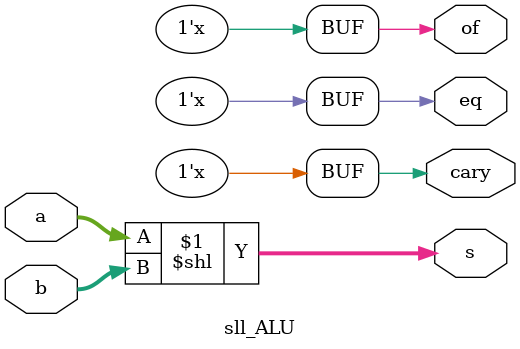
<source format=v>
`timescale 1ns / 1ps


module sll_ALU(
    input  [31:0] a,
    input  [31:0] b,
    output [31:0] s,
    output of,
    output cary,
    output eq
    );
    
    assign of = 1'bZ;
    assign cary = 1'bZ;
    assign eq = 1'bZ;
    
    assign s = a << b;
    
endmodule


</source>
